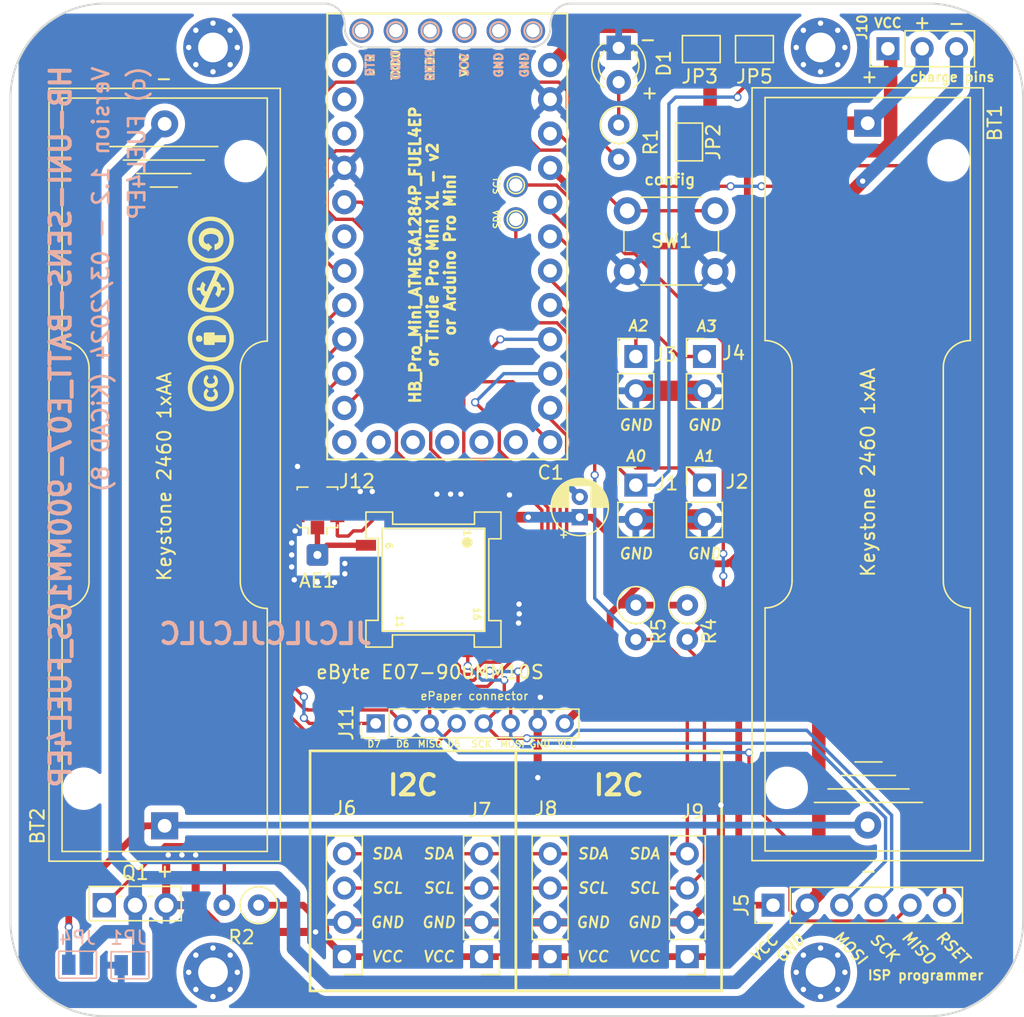
<source format=kicad_pcb>
(kicad_pcb (version 20240108) (generator "pcbnew") (generator_version "8.0")
  (title_block (title "HB-UNI-SEN-BATT_E07-900M10S_FUEL4EP") (date "2025-03-06") (rev "1.2") (company "FUEL4EP"))
  (layers (0 "F.Cu" signal) (31 "B.Cu" signal) (34 "B.Paste" user) (35 "F.Paste" user) (36 "B.SilkS" user "B.Silkscreen") (37 "F.SilkS" user "F.Silkscreen") (38 "B.Mask" user) (39 "F.Mask" user) (44 "Edge.Cuts" user))
  (net 0 "")
  (net 1 "GND")
  (net 2 "Net-(AE1-A)")
  (net 3 "/SS")
  (net 4 "/D2")
  (net 5 "/SCL")
  (net 6 "/SDA")
  (net 7 "/A0")
  (net 8 "/A1")
  (net 9 "/A2")
  (net 10 "/A3")
  (net 11 "/MOSI")
  (net 12 "/SCK")
  (net 13 "/MISO")
  (net 14 "/RSET")
  (net 15 "Net-(D1-A)")
  (net 16 "VCC")
  (net 30 "/minusBAT")
  (net 33 "/plusBAT")
  (net 35 "/D5")
  (net 36 "/D6")
  (net 37 "/D7")
  (net 38 "/CONFIG")
  (net 39 "/conBAT")
  (net 47 "Net-(Q1-G)")
  (net 48 "/V_ACCU")
  (net 52 "Net-(Module2-PD4)")
  (footprint "LED_THT:LED_D3.0mm" (layer "F.Cu") (at 45.05 -71.72 -90)
    (property "Reference" "D1")
    (property "Value" "LED red 3mm")
  )
  (footprint "Connector_PinHeader_2.54mm:PinHeader_1x02_P2.54mm_Vertical" (layer "F.Cu") (at 46.32 -39.335)
    (property "Reference" "J1")
    (property "Value" "Conn_01x02")
  )
  (footprint "Connector_PinHeader_2.54mm:PinHeader_1x02_P2.54mm_Vertical" (layer "F.Cu") (at 51.4 -39.335)
    (property "Reference" "J2")
    (property "Value" "Conn_01x02")
  )
  (footprint "Connector_PinHeader_2.54mm:PinHeader_1x04_P2.54mm_Vertical" (layer "F.Cu") (at 34.89 -4.41 180)
    (property "Reference" "J7")
    (property "Value" "Conn_01x04")
  )
  (footprint "FUEL4EP:BatteryHolder_Keystone_2460_1xAA" (layer "F.Cu") (at 63.49 -66.14 -90)
    (property "Reference" "BT1")
    (property "Value" "AA")
  )
  (footprint "Connector_PinHeader_2.54mm:PinHeader_1x02_P2.54mm_Vertical" (layer "F.Cu") (at 46.32 -48.86)
    (property "Reference" "J3")
    (property "Value" "Conn_01x02")
  )
  (footprint "Connector_PinHeader_2.54mm:PinHeader_1x02_P2.54mm_Vertical" (layer "F.Cu") (at 51.4 -48.86)
    (property "Reference" "J4")
    (property "Value" "Conn_01x02")
  )
  (footprint "Connector_PinHeader_2.54mm:PinHeader_1x06_P2.54mm_Vertical" (layer "F.Cu") (at 56.48 -8.22 90)
    (property "Reference" "J5")
    (property "Value" "ISP Programmer")
  )
  (footprint "Connector_PinHeader_2.54mm:PinHeader_1x04_P2.54mm_Vertical" (layer "F.Cu") (at 24.73 -4.41 180)
    (property "Reference" "J6")
    (property "Value" "Conn_01x04")
  )
  (footprint "Capacitor_THT:CP_Radial_D4.0mm_P1.50mm" (layer "F.Cu") (at 42.164 -36.957 90)
    (property "Reference" "C1")
    (property "Value" "10uF")
  )
  (footprint "Resistor_THT:R_Axial_DIN0207_L6.3mm_D2.5mm_P2.54mm_Vertical" (layer "F.Cu") (at 50.13 -30.445 -90)
    (property "Reference" "R4")
    (property "Value" "10K")
  )
  (footprint "Resistor_THT:R_Axial_DIN0207_L6.3mm_D2.5mm_P2.54mm_Vertical" (layer "F.Cu") (at 46.32 -30.445 -90)
    (property "Reference" "R5")
    (property "Value" "10K")
  )
  (footprint "Resistor_THT:R_Axial_DIN0207_L6.3mm_D2.5mm_P2.54mm_Vertical" (layer "F.Cu") (at 45.05 -66.005 -90)
    (property "Reference" "R1")
    (property "Value" "470")
  )
  (footprint "Package_TO_SOT_THT:TO-251-3_Vertical" (layer "F.Cu") (at 6.95 -8.22)
    (property "Reference" "Q1")
    (property "Value" "IRLU024N")
  )
  (footprint "Connector_PinHeader_2.54mm:PinHeader_1x04_P2.54mm_Vertical" (layer "F.Cu") (at 50.13 -4.41 180)
    (property "Reference" "J9")
    (property "Value" "Conn_01x04")
  )
  (footprint "Connector_PinHeader_2.54mm:PinHeader_1x03_P2.54mm_Vertical" (layer "F.Cu") (at 64.989 -71.6565 90)
    (property "Reference" "J10")
    (property "Value" "charge")
  )
  (footprint "FUEL4EP:SolderJumper-2_P1.3mm_Open_Pad1.0x1.5mm" (layer "F.Cu") (at 8.85 -3.775 180)
    (property "Reference" "JP1")
    (property "Value" "NO")
  )
  (footprint "FUEL4EP:HB_Pro_Mini_ATMEGA1284P_FUEL4EP" (layer "F.Cu") (at 41.24 -41.24 90)
    (property "Reference" "Module2" (hide yes))
    (property "Value" "HB_Pro_Mini_ATMEGA1284P_FUEL4EP")
  )
  (footprint "FUEL4EP:eByte_E07-900MM10S" (layer "F.Cu") (at 36.329 -37.338 -90)
    (property "Reference" "Module1" (hide yes))
    (property "Value" "E07-900MM10S")
  )
  (footprint "Jumper:SolderJumper-2_P1.3mm_Open_Pad1.0x1.5mm" (layer "F.Cu") (at 50.257 -64.75 -90)
    (property "Reference" "JP2")
    (property "Value" "battery supply")
  )
  (footprint "Button_Switch_THT:SW_PUSH_6mm_H5mm" (layer "F.Cu") (at 45.685 -59.655)
    (property "Reference" "SW1")
    (property "Value" "config button")
  )
  (footprint "Connector_PinHeader_2.54mm:PinHeader_1x04_P2.54mm_Vertical" (layer "F.Cu") (at 39.97 -4.41 180)
    (property "Reference" "J8")
    (property "Value" "Conn_01x04")
  )
  (footprint "FUEL4EP:MountingHole_2.2mm_M2_Pad_Via" (layer "F.Cu") (at 60 -71.75)
    (property "Reference" "H2" (hide yes))
    (property "Value" "MountingHole")
  )
  (footprint "FUEL4EP:MountingHole_2.2mm_M2_Pad_Via" (layer "F.Cu") (at 60 -3.25)
    (property "Reference" "H4" (hide yes))
    (property "Value" "MountingHole")
  )
  (footprint "FUEL4EP:MountingHole_2.2mm_M2_Pad_Via" (layer "F.Cu") (at 15 -71.75)
    (property "Reference" "H1" (hide yes))
    (property "Value" "MountingHole")
  )
  (footprint "FUEL4EP:MountingHole_2.2mm_M2_Pad_Via" (layer "F.Cu") (at 15 -3.25)
    (property "Reference" "H3" (hide yes))
    (property "Value" "MountingHole")
  )
  (footprint "FUEL4EP:CC-BY-ND-SA" (layer "F.Cu") (at 14.824 -52 90)
    (property "Reference" "LOGO1" (hide yes))
    (property "Value" "Logo_Open_Hardware_Small" (hide yes))
  )
  (footprint "FUEL4EP:PinPads_1x08_P2.00mm_Vertical" (layer "F.Cu") (at 27.048 -21.682 90)
    (property "Reference" "J11")
    (property "Value" "ePaper connector")
  )
  (footprint "FUEL4EP:BatteryHolder_Keystone_2460_1xAA" (layer "F.Cu") (at 11.42 -14.1 90)
    (property "Reference" "BT2")
    (property "Value" "AA")
  )
  (footprint "Jumper:SolderJumper-2_P1.3mm_Open_Pad1.0x1.5mm" (layer "F.Cu") (at 55.103 -71.628)
    (property "Reference" "JP5")
    (property "Value" "battery voltage measurement")
  )
  (footprint "FUEL4EP:SolderWire-0.1sqmm_1x01_D0.4mm_OD1mm" (layer "F.Cu") (at 22.733 -34.163)
    (property "Reference" "AE1")
    (property "Value" "Antenna")
  )
  (footprint "FUEL4EP:U.FL_Molex_MCRF_73412-0110_Vertical" (layer "F.Cu") (at 22.735 -37.688)
    (property "Reference" "J12")
    (property "Value" "U.FL connector")
  )
  (footprint "FUEL4EP:SolderJumper-2_P1.3mm_Open_Pad1.0x1.5mm" (layer "F.Cu") (at 4.968 -3.81)
    (property "Reference" "JP4")
    (property "Value" "no BT2 battery")
  )
  (footprint "Resistor_THT:R_Axial_DIN0207_L6.3mm_D2.5mm_P2.54mm_Vertical" (layer "F.Cu") (at 18.38 -8.22 180)
    (property "Reference" "R2")
    (property "Value" "100K")
  )
  (footprint "Jumper:SolderJumper-2_P1.3mm_Open_Pad1.0x1.5mm" (layer "F.Cu") (at 51.166 -71.628 180)
    (property "Reference" "JP3")
    (property "Value" "internal boost")
  )
  (gr_line (start 37.43 -1.87) (end 37.43 -19.65) (stroke (width 0.2)) (layer "F.SilkS"))
  (gr_line (start 22.19 -1.87) (end 37.43 -1.87) (stroke (width 0.2)) (layer "F.SilkS"))
  (gr_line (start 22.19 -19.65) (end 22.19 -1.87) (stroke (width 0.2)) (layer "F.SilkS"))
  (gr_line (start 37.43 -19.65) (end 22.19 -19.65) (stroke (width 0.2)) (layer "F.SilkS"))
  (gr_line (start 37.43 -1.87) (end 52.67 -1.87) (stroke (width 0.2)) (layer "F.SilkS"))
  (gr_line (start 37.43 -19.65) (end 37.43 -1.87) (stroke (width 0.2)) (layer "F.SilkS"))
  (gr_line (start 52.67 -19.65) (end 37.43 -19.65) (stroke (width 0.2)) (layer "F.SilkS"))
  (gr_line (start 52.67 -1.87) (end 52.67 -19.65) (stroke (width 0.2)) (layer "F.SilkS"))
  (gr_arc (start 75 -7) (mid 72.949747 -2.050253) (end 68 0) (stroke (width 0.15)) (layer "Edge.Cuts"))
  (gr_line (start 7 0) (end 68 0) (stroke (width 0.15)) (layer "Edge.Cuts"))
  (gr_line (start 26.25 -71.75) (end 38.5 -71.75) (stroke (width 0.15)) (layer "Edge.Cuts"))
  (gr_line (start 40 -73.5) (end 40 -73.25) (stroke (width 0.15)) (layer "Edge.Cuts"))
  (gr_arc (start 68 -75) (mid 72.949747 -72.949747) (end 75 -68) (stroke (width 0.15)) (layer "Edge.Cuts"))
  (gr_arc (start 26.25 -71.75) (mid 25.18934 -72.18934) (end 24.75 -73.25) (stroke (width 0.15)) (layer "Edge.Cuts"))
  (gr_line (start 75 -7) (end 75 -68) (stroke (width 0.15)) (layer "Edge.Cuts"))
  (gr_line (start 7 -75) (end 23 -75) (stroke (width 0.15)) (layer "Edge.Cuts"))
  (gr_arc (start 40 -73.5) (mid 40.43934 -74.56066) (end 41.5 -75) (stroke (width 0.15)) (layer "Edge.Cuts"))
  (gr_line (start 24.75 -73.5) (end 24.75 -73.25) (stroke (width 0.15)) (layer "Edge.Cuts"))
  (gr_arc (start 40 -73.25) (mid 39.56066 -72.18934) (end 38.5 -71.75) (stroke (width 0.15)) (layer "Edge.Cuts"))
  (gr_line (start 0 -68) (end 0 -7) (stroke (width 0.15)) (layer "Edge.Cuts"))
  (gr_arc (start 23.25 -75) (mid 24.31066 -74.56066) (end 24.75 -73.5) (stroke (width 0.15)) (layer "Edge.Cuts"))
  (gr_arc (start 7 0) (mid 2.050253 -2.050253) (end 0 -7) (stroke (width 0.15)) (layer "Edge.Cuts"))
  (gr_line (start 41.5 -75) (end 68 -75) (stroke (width 0.15)) (layer "Edge.Cuts"))
  (gr_line (start 23 -75) (end 23.25 -75) (stroke (width 0.15)) (layer "Edge.Cuts"))
  (gr_arc (start 0 -68) (mid 2.050253 -72.949747) (end 7 -75) (stroke (width 0.15)) (layer "Edge.Cuts"))
  (gr_text "(c) FUEL4EP\n" (at 9.363 -70.45 90) (layer "B.SilkS") (effects (font (size 1.2 1.2) (thickness 0.2)) (justify left mirror)))
  (gr_text "HB-UNI-SENS-BATT_E07-900MM10S_FUEL4EP\n\n" (at 4.918 -70.577 90) (layer "B.SilkS") (effects (font (size 1.5 1.5) (thickness 0.3)) (justify left mirror)))
  (gr_text "JLCJLCJLCJLC" (at 26.924 -27.432 0) (layer "B.SilkS") (effects (font (size 1.524 1.524) (thickness 0.3048) (bold yes)) (justify left bottom mirror)))
  (gr_text "Version 1.2 - 03/2024 (KiCAD 8)\n" (at 6.696 -70.45 90) (layer "B.SilkS") (effects (font (size 1.2 1.2) (thickness 0.2)) (justify left mirror)))
  (gr_text "VCC" (at 31.715 -4.41 0) (layer "F.SilkS") (effects (font (size 0.8 0.8) (thickness 0.15) (italic yes))))
  (gr_text "GND" (at 31.715 -6.95 0) (layer "F.SilkS") (effects (font (size 0.8 0.8) (thickness 0.15) (italic yes))))
  (gr_text "SCL" (at 31.715 -9.49 0) (layer "F.SilkS") (effects (font (size 0.8 0.8) (thickness 0.15) (italic yes))))
  (gr_text "SDA" (at 31.715 -12.03 0) (layer "F.SilkS") (effects (font (size 0.8 0.8) (thickness 0.15) (italic yes))))
  (gr_text "SDA" (at 43.145 -12.03 0) (layer "F.SilkS") (effects (font (size 0.8 0.8) (thickness 0.15) (italic yes))))
  (gr_text "SCL" (at 43.145 -9.49 0) (layer "F.SilkS") (effects (font (size 0.8 0.8) (thickness 0.15) (italic yes))))
  (gr_text "GND" (at 43.145 -6.95 0) (layer "F.SilkS") (effects (font (size 0.8 0.8) (thickness 0.15) (italic yes))))
  (gr_text "MISO" (at 67.275 -5.045 315) (layer "F.SilkS") (effects (font (size 0.8 0.8) (thickness 0.15) (italic yes))))
  (gr_text "SCL" (at 27.905 -9.49 0) (layer "F.SilkS") (effects (font (size 0.8 0.8) (thickness 0.15) (italic yes))))
  (gr_text "ePaper connector" (at 34.3566 -23.714 0) (layer "F.SilkS") (effects (font (size 0.6 0.6) (thickness 0.1))))
  (gr_text "VCC" (at 64.989 -73.5615 0) (layer "F.SilkS") (effects (font (size 0.7 0.7))))
  (gr_text "VCC" (at 43.145 -4.41 0) (layer "F.SilkS") (effects (font (size 0.8 0.8) (thickness 0.15) (italic yes))))
  (gr_text "+\n" (at 67.529 -73.625 0) (layer "F.SilkS") (effects (font (size 1 1))))
  (gr_text "-\n" (at 47.209 -72.355 0) (layer "F.SilkS") (effects (font (size 1 1))))
  (gr_text "HB_Pro_Mini_ATMEGA1284P_FUEL4EP\nor Tindie Pro Mini XL - v2\nor Arduino Pro Mini" (at 33.02 -56.388 90) (layer "F.SilkS") (effects (font (size 0.8 0.8) (thickness 0.2) (bold yes)) (justify bottom)))
  (gr_text "A1" (at 51.4 -41.48 0) (layer "F.SilkS") (effects (font (size 0.8 0.8) (thickness 0.15) (italic yes))))
  (gr_text "SDA" (at 46.955 -12.03 0) (layer "F.SilkS") (effects (font (size 0.8 0.8) (thickness 0.15) (italic yes))))
  (gr_text "MISO" (at 31.08 -20.158 0) (layer "F.SilkS") (effects (font (size 0.5 0.5) (thickness 0.1))))
  (gr_text "MOSI" (at 37.176 -20.158 0) (layer "F.SilkS") (effects (font (size 0.5 0.5) (thickness 0.1))))
  (gr_text "+" (at 47.336 -68.418 0) (layer "F.SilkS") (effects (font (size 1 1))))
  (gr_text "charge pins" (at 69.7515 -69.561 0) (layer "F.SilkS") (effects (font (size 0.7 0.7))))
  (gr_text "SCK" (at 64.735 -5.045 315) (layer "F.SilkS") (effects (font (size 0.8 0.8) (thickness 0.15) (italic yes))))
  (gr_text "VCC" (at 46.955 -4.41 0) (layer "F.SilkS") (effects (font (size 0.8 0.8) (thickness 0.15) (italic yes))))
  (gr_text "D6" (at 29.048 -20.158 0) (layer "F.SilkS") (effects (font (size 0.5 0.5) (thickness 0.1))))
  (gr_text "GND" (at 46.32 -34.255 0) (layer "F.SilkS") (effects (font (size 0.8 0.8) (thickness 0.15) (italic yes))))
  (gr_text "-\n" (at 70.069 -73.5615 0) (layer "F.SilkS") (effects (font (size 1 1))))
  (gr_text "D7" (at 26.9271 -20.158 0) (layer "F.SilkS") (effects (font (size 0.5 0.5) (thickness 0.1))))
  (gr_text "RSET" (at 69.815 -5.045 315) (layer "F.SilkS") (effects (font (size 0.8 0.8) (thickness 0.15) (italic yes))))
  (gr_text "GND" (at 27.905 -6.95 0) (layer "F.SilkS") (effects (font (size 0.8 0.8) (thickness 0.15) (italic yes))))
  (gr_text "GND" (at 46.955 -6.95 0) (layer "F.SilkS") (effects (font (size 0.8 0.8) (thickness 0.15) (italic yes))))
  (gr_text "GND" (at 46.32 -43.78 0) (layer "F.SilkS") (effects (font (size 0.8 0.8) (thickness 0.15) (italic yes))))
  (gr_text "A0" (at 46.32 -41.48 0) (layer "F.SilkS") (effects (font (size 0.8 0.8) (thickness 0.15) (italic yes))))
  (gr_text "GND" (at 39.208 -20.158 0) (layer "F.SilkS") (effects (font (size 0.5 0.5) (thickness 0.1))))
  (gr_text "VCC" (at 41.24 -20.158 0) (layer "F.SilkS") (effects (font (size 0.5 0.5) (thickness 0.1))))
  (gr_text "GND" (at 51.4 -34.255 0) (layer "F.SilkS") (effects (font (size 0.8 0.8) (thickness 0.15) (italic yes))))
  (gr_text "SDA" (at 27.905 -12.03 0) (layer "F.SilkS") (effects (font (size 0.8 0.8) (thickness 0.15) (italic yes))))
  (gr_text "VCC" (at 27.905 -4.41 0) (layer "F.SilkS") (effects (font (size 0.8 0.8) (thickness 0.15) (italic yes))))
  (gr_text "SCK" (at 34.89 -20.158 0) (layer "F.SilkS") (effects (font (size 0.5 0.5) (thickness 0.1))))
  (gr_text "GND" (at 51.4 -43.78 0) (layer "F.SilkS") (effects (font (size 0.8 0.8) (thickness 0.15) (italic yes))))
  (gr_text "A3" (at 51.54 -51.1 0) (layer "F.SilkS") (effects (font (size 0.8 0.8) (thickness 0.15) (italic yes))))
  (gr_text "SCL" (at 46.955 -9.49 0) (layer "F.SilkS") (effects (font (size 0.8 0.8) (thickness 0.15) (italic yes))))
  (gr_text "MOSI" (at 62.195 -5.045 315) (layer "F.SilkS") (effects (font (size 0.8 0.8) (thickness 0.15) (italic yes))))
  (gr_text "A2" (at 46.49 -51.13 0) (layer "F.SilkS") (effects (font (size 0.8 0.8) (thickness 0.15) (italic yes))))
  (gr_text "D5" (at 32.858 -20.158 0) (layer "F.SilkS") (effects (font (size 0.5 0.5) (thickness 0.1))))
  (gr_text "config" (at 48.8346 -61.9664 0) (layer "F.SilkS") (effects (font (size 0.8128 0.8128) (thickness 0.1524))))
  (gr_text "I2C" (at 45.05 -17.11 0) (layer "F.SilkS") (effects (font (size 1.5 1.5) (thickness 0.3))))
  (gr_text "I2C" (at 29.81 -17.11 0) (layer "F.SilkS") (effects (font (size 1.5 1.5) (thickness 0.3))))
  (gr_text "ISP programmer" (at 67.783 -3.0257 0) (layer "F.SilkS") (effects (font (size 0.7 0.7))))
  (gr_text "GND" (at 57.75 -5.045 45) (layer "F.SilkS") (effects (font (size 0.8 0.8) (thickness 0.15) (italic yes))))
  (gr_text "VCC" (at 55.845 -5.045 45) (layer "F.SilkS") (effects (font (size 0.8 0.8) (thickness 0.15) (italic yes))))
  (segment (start 24.003 -32.131) (end 24.13 -32.131) (width 0.4) (layer "F.Cu") (net 1))
  (segment (start 39.048 -21.682) (end 39.048 -23.427) (width 0.6) (layer "F.Cu") (net 1))
  (segment (start 21.366 -39.188) (end 22.735 -39.188) (width 0.4) (layer "F.Cu") (net 1))
  (segment (start 20.828 -35.052) (end 20.828 -34.163) (width 0.4) (layer "F.Cu") (net 1))
  (segment (start 20.828 -34.163) (end 20.828 -33.274) (width 0.4) (layer "F.Cu") (net 1))
  (segment (start 20.828 -33.274) (end 20.828 -32.512) (width 0.4) (layer "F.Cu") (net 1))
  (segment (start 11.53 -8.22) (end 11.53 -11.784) (width 0.6) (layer "F.Cu") (net 1))
  (segment (start 13.716 -8.352377) (end 13.716 -11.938) (width 0.6) (layer "F.Cu") (net 1))
  (segment (start 34.89 -6.95) (end 39.97 -6.95) (width 0.6) (layer "F.Cu") (net 1))
  (segment (start 50.13 -6.95) (end 52.6192 -9.4392) (width 0.6) (layer "F.Cu") (net 1))
  (segment (start 20.828 -32.512) (end 21.0185 -32.3215) (width 0.4) (layer "F.Cu") (net 1))
  (segment (start 23.931 -39.188) (end 24.21 -38.909) (width 0.4) (layer "F.Cu") (net 1))
  (segment (start 37.679 -29.798) (end 37.679 -30.504042) (width 0.25) (layer "F.Cu") (net 1))
  (segment (start 24.845 -33.608) (end 24.765 -33.528) (width 0.6) (layer "F.Cu") (net 1))
  (segment (start 26.797 -36.703) (end 26.797 -38.862) (width 0.25) (layer "F.Cu") (net 1))
  (segment (start 25.019 -35.56) (end 25.4 -35.941) (width 0.25) (layer "F.Cu") (net 1))
  (segment (start 22.735 -39.188) (end 23.931 -39.188) (width 0.4) (layer "F.Cu") (net 1))
  (segment (start 25.908 -38.862) (end 26.797 -38.862) (width 0.4) (layer "F.Cu") (net 1))
  (segment (start 32.599 -37.338) (end 32.599 -38.666161) (width 0.6) (layer "F.Cu") (net 1))
  (segment (start 39.97 -6.95) (end 50.13 -6.95) (width 0.6) (layer "F.Cu") (net 1))
  (segment (start 13.716 -11.938) (end 11.684 -11.938) (width 0.6) (layer "F.Cu") (net 1))
  (segment (start 13.848377 -8.22) (end 15.829577 -6.2388) (width 0.6) (layer "F.Cu") (net 1))
  (segment (start 24.13 -32.131) (end 24.765 -32.766) (width 0.4) (layer "F.Cu") (net 1))
  (segment (start 25.4 -35.941) (end 26.035 -35.941) (width 0.25) (layer "F.Cu") (net 1))
  (segment (start 39.048 -17.6764) (end 39.0556 -17.6688) (width 0.6) (layer "F.Cu") (net 1))
  (segment (start 39.048 -23.427) (end 39.243 -23.622) (width 0.6) (layer "F.Cu") (net 1))
  (segment (start 37.679 -29.798) (end 37.679 -29.164867) (width 0.25) (layer "F.Cu") (net 1))
  (segment (start 21.26 -39.294) (end 21.366 -39.188) (width 0.4) (layer "F.Cu") (net 1))
  (segment (start 24.21 -35.607) (end 24.257 -35.56) (width 0.25) (layer "F.Cu") (net 1))
  (segment (start 24.21 -37.688) (end 24.21 -35.607) (width 0.25) (layer "F.Cu") (net 1))
  (segment (start 21.26 -37.688) (end 21.26 -39.294) (width 0.4) (layer "F.Cu") (net 1))
  (segment (start 13.848377 -8.22) (end 13.716 -8.352377) (width 0.6) (layer "F.Cu") (net 1))
  (segment (start 24.21 -37.688) (end 24.734 -37.688) (width 0.4) (layer "F.Cu") (net 1))
  (segment (start 24.21 -38.909) (end 24.21 -37.688) (width 0.4) (layer "F.Cu") (net 1))
  (segment (start 24.257 -35.56) (end 25.019 -35.56) (width 0.25) (layer "F.Cu") (net 1))
  (segment (start 33.361 -38.666161) (end 36.898839 -38.666161) (width 0.25) (layer "F.Cu") (net 1))
  (segment (start 39.048 -21.682) (end 39.048 -17.6764) (width 0.6) (layer "F.Cu") (net 1))
  (segment (start 46.32 -36.795) (end 51.4 -36.795) (width 1.5) (layer "F.Cu") (net 1))
  (segment (start 33.361 -38.666161) (end 32.599 -38.666161) (width 0.25) (layer "F.Cu") (net 1))
  (segment (start 21.26 -37.688) (end 21.26 -36.119) (width 0.4) (layer "F.Cu") (net 1))
  (segment (start 24.765 -33.528) (end 24.765 -32.766) (width 0.6) (layer "F.Cu") (net 1))
  (segment (start 24.734 -37.688) (end 25.908 -38.862) (width 0.4) (layer "F.Cu") (net 1))
  (segment (start 37.679 -29.164867) (end 37.630065 -29.115932) (width 0.25) (layer "F.Cu") (net 1))
  (segment (start 11.53 -8.22) (end 13.848377 -8.22) (width 0.6) (layer "F.Cu") (net 1))
  (segment (start 21.0185 -32.3215) (end 21.209 -32.131) (width 0.4) (layer "F.Cu") (net 1))
  (segment (start 21.26 -39.294) (end 21.26 -40.716) (width 0.4) (layer "F.Cu") (net 1))
  (segment (start 20.828 -35.687) (end 20.828 -35.052) (width 0.4) (layer "F.Cu") (net 1))
  (segment (start 46.32 -46.32) (end 51.4 -46.32) (width 1.5) (layer "F.Cu") (net 1))
  (segment (start 26.329 -33.608) (end 24.845 -33.608) (width 0.6) (layer "F.Cu") (net 1))
  (segment (start 26.035 -35.941) (end 26.797 -36.703) (width 0.25) (layer "F.Cu") (net 1))
  (segment (start 22.733 -32.131) (end 24.003 -32.131) (width 0.4) (layer "F.Cu") (net 1))
  (segment (start 36.329 -29.798) (end 37.679 -29.798) (width 0.6) (layer "F.Cu") (net 1))
  (segment (start 15.829577 -6.2388) (end 22.5964 -6.2388) (width 0.6) (layer "F.Cu") (net 1))
  (segment (start 31.583 -38.666161) (end 32.599 -38.666161) (width 0.25) (layer "F.Cu") (net 1))
  (segment (start 11.53 -11.784) (end 11.684 -11.938) (width 0.6) (layer "F.Cu") (net 1))
  (segment (start 52.6192 -9.4392) (end 52.6192 -15.6368) (width 0.6) (layer "F.Cu") (net 1))
  (segment (start 37.679 -30.504042) (end 37.666057 -30.516985) (width 0.25) (layer "F.Cu") (net 1))
  (segment (start 21.209 -32.131) (end 22.733 -32.131) (width 0.4) (layer "F.Cu") (net 1))
  (segment (start 36.898839 -38.666161) (end 36.957 -38.608) (width 0.25) (layer "F.Cu") (net 1))
  (segment (start 21.26 -36.119) (end 21.082 -35.941) (width 0.4) (layer "F.Cu") (net 1))
  (segment (start 24.73 -6.95) (end 34.89 -6.95) (width 0.6) (layer "F.Cu") (net 1))
  (segment (start 21.082 -35.941) (end 20.828 -35.687) (width 0.4) (layer "F.Cu") (net 1))
  (via (at 13.716 -11.938) (size 0.6) (drill 0.4) (layers "F.Cu" "B.Cu") (net 1))
  (via (at 37.666057 -30.516985) (size 0.6) (drill 0.4) (layers "F.Cu" "B.Cu") (net 1))
  (via (at 33.361 -38.666161) (size 0.6) (drill 0.4) (layers "F.Cu" "B.Cu") (net 1))
  (via (at 11.684 -11.938) (size 0.6) (drill 0.4) (layers "F.Cu" "B.Cu") (net 1))
  (via (at 36.957 -38.608) (size 0.6) (drill 0.4) (layers "F.Cu" "B.Cu") (net 1))
  (via (at 37.630065 -29.115932) (size 0.6) (drill 0.4) (layers "F.Cu" "B.Cu") (net 1))
  (via (at 52.6192 -15.6368) (size 0.6) (drill 0.4) (layers "F.Cu" "B.Cu") (net 1))
  (via (at 12.7 -11.938) (size 0.6) (drill 0.4) (layers "F.Cu" "B.Cu") (net 1))
  (via (at 25.908 -38.862) (size 0.6) (drill 0.4) (layers "F.Cu" "B.Cu") (net 1))
  (via (at 20.828 -33.274) (size 0.6) (drill 0.4) (layers "F.Cu" "B.Cu") (net 1))
  (via (at 22.733 -32.131) (size 0.6) (drill 0.4) (layers "F.Cu" "B.Cu") (net 1))
  (via (at 22.5964 -6.2388) (size 0.6) (drill 0.4) (layers "F.Cu" "B.Cu") (net 1))
  (via (at 39.243 -23.622) (size 0.6) (drill 0.4) (layers "F.Cu" "B.Cu") (net 1))
  (via (at 26.797 -38.862) (size 0.6) (drill 0.4) (layers "F.Cu" "B.Cu") (net 1))
  (via (at 24.765 -32.766) (size 0.6) (drill 0.4) (layers "F.Cu" "B.Cu") (net 1))
  (via (at 24.765 -33.528) (size 0.6) (drill 0.4) (layers "F.Cu" "B.Cu") (net 1))
  (via (at 20.828 -34.163) (size 0.6) (drill 0.4) (layers "F.Cu" "B.Cu") (net 1))
  (via (at 21.26 -40.716) (size 0.6) (drill 0.4) (layers "F.Cu" "B.Cu") (net 1))
  (via (at 37.679 -29.798) (size 0.6) (drill 0.4) (layers "F.Cu" "B.Cu") (net 1))
  (via (at 21.0185 -32.3215) (size 0.6) (drill 0.4) (layers "F.Cu" "B.Cu") (net 1))
  (via (at 24.003 -32.131) (size 0.6) (drill 0.4) (layers "F.Cu" "B.Cu") (net 1))
  (via (at 32.599 -38.666161) (size 0.6) (drill 0.4) (layers "F.Cu" "B.Cu") (net 1))
  (via (at 31.583 -38.666161) (size 0.6) (drill 0.4) (layers "F.Cu" "B.Cu") (net 1))
  (via (at 39.0556 -17.6688) (size 0.6) (drill 0.4) (layers "F.Cu" "B.Cu") (net 1))
  (via (at 20.828 -35.052) (size 0.6) (drill 0.4) (layers "F.Cu" "B.Cu") (net 1))
  (via (at 21.082 -35.941) (size 0.6) (drill 0.4) (layers "F.Cu" "B.Cu") (net 1))
  (segment (start 26.329 -34.878) (end 23.448 -34.878) (width 0.4) (layer "F.Cu") (net 2))
  (segment (start 23.448 -34.878) (end 22.733 -34.163) (width 0.4) (layer "F.Cu") (net 2))
  (segment (start 22.735 -36.188) (end 22.735 -34.165) (width 0.4) (layer "F.Cu") (net 2))
  (segment (start 37.275894 -40.189663) (end 38.042337 -40.189663) (width 0.25) (layer "F.Cu") (net 3))
  (segment (start 38.042337 -40.189663) (end 40.258502 -37.973498) (width 0.25) (layer "F.Cu") (net 3))
  (segment (start 37.211 -46.99) (end 34.671 -46.99) (width 0.25) (layer "F.Cu") (net 3))
  (segment (start 33.610323 -25.3235) (end 33.2445 -25.689323) (width 0.25) (layer "F.Cu") (net 3))
  (segment (start 33.575 -45.8) (end 33.575 -41.228) (width 0.25) (layer "F.Cu") (net 3))
  (segment (start 37.338 -45.142) (end 37.338 -46.863) (width 0.25) (layer "F.Cu") (net 3))
  (segment (start 36.237557 -41.228) (end 37.275894 -40.189663) (width 0.25) (layer "F.Cu") (net 3))
  (segment (start 40.258502 -37.973498) (end 40.258502 -30.225502) (width 0.25) (layer "F.Cu") (net 3))
  (segment (start 33.2445 -25.93681) (end 32.599 -26.58231) (width 0.25) (layer "F.Cu") (net 3))
  (segment (start 35.024676 -26.220499) (end 34.127677 -25.3235) (width 0.25) (layer "F.Cu") (net 3))
  (segment (start 39.97 -42.51) (end 37.338 -45.142) (width 0.25) (layer "F.Cu") (net 3))
  (segment (start 36.253499 -26.220499) (end 35.024676 -26.220499) (width 0.25) (layer "F.Cu") (net 3))
  (segment (start 34.671 -46.99) (end 33.528 -45.847) (width 0.25) (layer "F.Cu") (net 3))
  (segment (start 40.258502 -30.225502) (end 36.253499 -26.220499) (width 0.25) (layer "F.Cu") (net 3))
  (segment (start 33.528 -45.847) (end 33.575 -45.8) (width 0.25) (layer "F.Cu") (net 3))
  (segment (start 32.599 -26.58231) (end 32.599 -26.988) (width 0.25) (layer "F.Cu") (net 3))
  (segment (start 33.2445 -25.689323) (end 33.2445 -25.93681) (width 0.25) (layer "F.Cu") (net 3))
  (segment (start 37.338 -46.863) (end 37.211 -46.99) (width 0.25) (layer "F.Cu") (net 3))
  (segment (start 34.127677 -25.3235) (end 33.610323 -25.3235) (width 0.25) (layer "F.Cu") (net 3))
  (segment (start 33.575 -41.228) (end 36.237557 -41.228) (width 0.25) (layer "F.Cu") (net 3))
  (segment (start 28.585 -57.707792) (end 28.585 -41.822632) (width 0.25) (layer "F.Cu") (net 4))
  (segment (start 31.116971 -39.290661) (end 37.544339 -39.290661) (width 0.25) (layer "F.Cu") (net 4))
  (segment (start 28.585 -41.822632) (end 31.116971 -39.290661) (width 0.25) (layer "F.Cu") (net 4))
  (segment (start 39.3595 -35.0185) (end 36.679 -32.338) (width 0.25) (layer "F.Cu") (net 4))
  (segment (start 24.73 -60.29) (end 26.002792 -60.29) (width 0.25) (layer "F.Cu") (net 4))
  (segment (start 37.544339 -39.290661) (end 39.3595 -37.4755) (width 0.25) (layer "F.Cu") (net 4))
  (segment (start 39.3595 -37.4755) (end 39.3595 -35.0185) (width 0.25) (layer "F.Cu") (net 4))
  (segment (start 26.002792 -60.29) (end 28.585 -57.707792) (width 0.25) (layer "F.Cu") (net 4))
  (segment (start 34.89 -9.49) (end 39.97 -9.49) (width 0.25) (layer "F.Cu") (net 5))
  (segment (start 39.97 -9.49) (end 50.13 -9.49) (width 0.25) (layer "F.Cu") (net 5))
  (segment (start 51.4 -26) (end 51.4 -10.76) (width 0.25) (layer "F.Cu") (net 5))
  (segment (start 50.13 -27.27) (end 51.4 -26) (width 0.25) (layer "F.Cu") (net 5))
  (segment (start 50.765 -10.125) (end 51.4 -10.76) (width 0.25) (layer "F.Cu") (net 5))
  (segment (start 45.512412 -56.48) (end 46.233833 -56.48) (width 0.25) (layer "F.Cu") (net 5))
  (segment (start 46.233833 -56.48) (end 52.797 -49.916833) (width 0.25) (layer "F.Cu") (net 5))
  (segment (start 52.797 -30.572) (end 50.13 -27.905) (width 0.25) (layer "F.Cu") (net 5))
  (segment (start 52.797 -49.916833) (end 52.797 -34.255) (width 0.25) (layer "F.Cu") (net 5))
  (segment (start 52.797 -32.604) (end 52.797 -30.572) (width 0.25) (layer "F.Cu") (net 5))
  (segment (start 37.43 -61.56) (end 40.432412 -61.56) (width 0.25) (layer "F.Cu") (net 5))
  (segment (start 24.73 -9.49) (end 34.89 -9.49) (width 0.25) (layer "F.Cu") (net 5))
  (segment (start 50.13 -9.49) (end 50.765 -10.125) (width 0.25) (layer "F.Cu") (net 5))
  (segment (start 40.432412 -61.56) (end 45.512412 -56.48) (width 0.25) (layer "F.Cu") (net 5))
  (via (at 52.797 -32.604) (size 0.6) (drill 0.4) (layers "F.Cu" "B.Cu") (net 5))
  (via (at 52.797 -34.255) (size 0.6) (drill 0.4) (layers "F.Cu" "B.Cu") (net 5))
  (segment (start 52.797 -34.255) (end 52.797 -32.604) (width 0.25) (layer "B.Cu") (net 5))
  (segment (start 39.97 -12.03) (end 50.13 -12.03) (width 0.25) (layer "F.Cu") (net 6))
  (segment (start 48.225 -27.905) (end 50.13 -26) (width 0.25) (layer "F.Cu") (net 6))
  (segment (start 34.89 -12.03) (end 39.97 -12.03) (width 0.25) (layer "F.Cu") (net 6))
  (segment (start 41.644501 -42.567911) (end 43.271816 -40.940596) (width 0.25) (layer "F.Cu") (net 6))
  (segment (start 37.43 -52.232) (end 38.307 -51.355) (width 0.25) (layer "F.Cu") (net 6))
  (segment (start 24.73 -12.03) (end 34.89 -12.03) (width 0.25) (layer "F.Cu") (net 6))
  (segment (start 46.32 -27.905) (end 48.225 -27.905) (width 0.25) (layer "F.Cu") (net 6))
  (segment (start 50.13 -12.03) (end 50.13 -26) (width 0.25) (layer "F.Cu") (net 6))
  (segment (start 43.271816 -40.940596) (end 43.271816 -40.081645) (width 0.25) (layer "F.Cu") (net 6))
  (segment (start 38.307 -51.355) (end 40.477412 -51.355) (width 0.25) (layer "F.Cu") (net 6))
  (segment (start 41.280706 -43.567396) (end 41.644501 -43.203601) (width 0.25) (layer "F.Cu") (net 6))
  (segment (start 40.477412 -51.355) (end 41.280706 -50.551706) (width 0.25) (layer "F.Cu") (net 6))
  (segment (start 41.644501 -43.203601) (end 41.644501 -42.567911) (width 0.25) (layer "F.Cu") (net 6))
  (segment (start 37.43 -59.02) (end 37.43 -52.232) (width 0.25) (layer "F.Cu") (net 6))
  (segment (start 41.280706 -50.551706) (end 41.280706 -43.567396) (width 0.25) (layer "F.Cu") (net 6))
  (via (at 43.271816 -40.081645) (size 0.6) (drill 0.4) (layers "F.Cu" "B.Cu") (net 6))
  (segment (start 43.271816 -30.953184) (end 43.271816 -40.081645) (width 0.25) (layer "B.Cu") (net 6))
  (segment (start 46.32 -27.905) (end 43.271816 -30.953184) (width 0.25) (layer "B.Cu") (net 6))
  (segment (start 41.875 -43.78) (end 46.32 -39.335) (width 0.25) (layer "F.Cu") (net 7))
  (segment (start 54.453 -68.931) (end 54.453 -71.628) (width 0.25) (layer "F.Cu") (net 7))
  (segment (start 53.848 -68.326) (end 54.453 -68.931) (width 0.25) (layer "F.Cu") (net 7))
  (segment (start 41.875 -51.4) (end 41.875 -43.78) (width 0.25) (layer "F.Cu") (net 7))
  (segment (start 41.875 -51.4) (end 40.605 -52.67) (width 0.25) (layer "F.Cu") (net 7))
  (segment (start 53.848 -68.072) (end 53.848 -68.326) (width 0.25) (layer "F.Cu") (net 7))
  (via (at 53.848 -68.072) (size 0.6) (drill 0.4) (layers "F.Cu" "B.Cu") (net 7))
  (segment (start 47.717 -39.335) (end 48.768 -40.386) (width 0.25) (layer "B.Cu") (net 7))
  (segment (start 48.768 -67.564) (end 49.276 -68.072) (width 0.25) (layer "B.Cu") (net 7))
  (segment (start 48.768 -40.386) (end 48.768 -67.564) (width 0.25) (layer "B.Cu") (net 7))
  (segment (start 49.276 -68.072) (end 53.848 -68.072) (width 0.25) (layer "B.Cu") (net 7))
  (segment (start 46.32 -39.335) (end 47.717 -39.335) (width 0.25) (layer "B.Cu") (net 7))
  (segment (start 42.51 -44.415) (end 46.32 -40.605) (width 0.25) (layer "F.Cu") (net 8))
  (segment (start 46.32 -40.605) (end 50.13 -40.605) (width 0.25) (layer "F.Cu") (net 8))
  (segment (start 50.13 -40.605) (end 51.4 -39.335) (width 0.25) (layer "F.Cu") (net 8))
  (segment (start 42.51 -52.035) (end 39.97 -54.575) (width 0.25) (layer "F.Cu") (net 8))
  (segment (start 42.51 -52.035) (end 42.51 -44.415) (width 0.25) (layer "F.Cu") (net 8))
  (segment (start 41.875 -55.21) (end 46.32 -50.765) (width 0.25) (layer "F.Cu") (net 9))
  (segment (start 46.32 -50.765) (end 46.32 -48.86) (width 0.25) (layer "F.Cu") (net 9))
  (segment (start 40.605 -57.75) (end 41.875 -56.48) (width 0.25) (layer "F.Cu") (net 9))
  (segment (start 41.875 -56.48) (end 41.875 -55.21) (width 0.25) (layer "F.Cu") (net 9))
  (segment (start 42.51 -57.115) (end 39.97 -59.655) (width 0.25) (layer "F.Cu") (net 10))
  (segment (start 42.51 -55.845) (end 49.495 -48.86) (width 0.25) (layer "F.Cu") (net 10))
  (segment (start 49.495 -48.86) (end 51.4 -48.86) (width 0.25) (layer "F.Cu") (net 10))
  (segment (start 42.51 -57.115) (end 42.51 -55.845) (width 0.25) (layer "F.Cu") (net 10))
  (segment (start 31.329 -26.988) (end 32.794999 -25.522001) (width 0.25) (layer "F.Cu") (net 11))
  (segment (start 33.424134 -24.873999) (end 34.313866 -24.873999) (width 0.25) (layer "F.Cu") (net 11))
  (segment (start 41.195 -43.017412) (end 41.195 -29.13) (width 0.25) (layer "F.Cu") (net 11))
  (segment (start 37.592 -23.622) (end 37.592 -25.527) (width 0.25) (layer "F.Cu") (net 11))
  (segment (start 32.794999 -25.503134) (end 33.424134 -24.873999) (width 0.25) (layer "F.Cu") (net 11))
  (segment (start 37.048 -21.682) (end 37.048 -23.078) (width 0.25) (layer "F.Cu") (net 11))
  (segment (start 37.048 -23.078) (end 37.592 -23.622) (width 0.25) (layer "F.Cu") (net 11))
  (segment (start 32.794999 -25.522001) (end 32.794999 -25.503134) (width 0.25) (layer "F.Cu") (net 11))
  (segment (start 35.02332 -25.583453) (end 35.501271 -25.583453) (width 0.25) (layer "F.Cu") (net 11))
  (segment (start 39.97 -45.05) (end 39.97 -44.242412) (width 0.25) (layer "F.Cu") (net 11))
  (segment (start 34.313866 -24.873999) (end 35.02332 -25.583453) (width 0.25) (layer "F.Cu") (net 11))
  (segment (start 37.592 -25.527) (end 41.195 -29.13) (width 0.25) (layer "F.Cu") (net 11))
  (segment (start 39.97 -44.242412) (end 41.195 -43.017412) (width 0.25) (layer "F.Cu") (net 11))
  (via (at 35.501271 -25.583453) (size 0.6) (drill 0.4) (layers "F.Cu" "B.Cu") (net 11))
  (via (at 37.592 -25.527) (size 0.6) (drill 0.4) (layers "F.Cu" "B.Cu") (net 11))
  (segment (start 64.815 -14.698833) (end 59.297334 -20.216499) (width 0.25) (layer "B.Cu") (net 11))
  (segment (start 37.592 -25.527) (end 35.557724 -25.527) (width 0.25) (layer "B.Cu") (net 11))
  (segment (start 37.814644 -19.960762) (end 37.048 -20.727406) (width 0.25) (layer "B.Cu") (net 11))
  (segment (start 59.297334 -20.216499) (end 38.767809 -20.216499) (width 0.25) (layer "B.Cu") (net 11))
  (segment (start 35.557724 -25.527) (end 35.501271 -25.583453) (width 0.25) (layer "B.Cu") (net 11))
  (segment (start 61.56 -8.22) (end 64.815 -11.475) (width 0.25) (layer "B.Cu") (net 11))
  (segment (start 37.048 -20.727406) (end 37.048 -21.682) (width 0.25) (layer "B.Cu") (net 11))
  (segment (start 38.512072 -19.960762) (end 37.814644 -19.960762) (width 0.25) (layer "B.Cu") (net 11))
  (segment (start 64.815 -11.475) (end 64.815 -14.698833) (width 0.25) (layer "B.Cu") (net 11))
  (segment (start 38.767809 -20.216499) (end 38.512072 -19.960762) (width 0.25) (layer "B.Cu") (net 11))
  (segment (start 31.125 -42.002588) (end 33.387426 -39.740162) (width 0.25) (layer "F.Cu") (net 12))
  (segment (start 33.869 -27.338) (end 33.869 -25.948) (width 0.25) (layer "F.Cu") (net 12))
  (segment (start 36.287 -50.13) (end 31.125 -44.968) (width 0.25) (layer "F.Cu") (net 12))
  (segment (start 37.729838 -39.740162) (end 37.777499 -39.692501) (width 0.25) (layer "F.Cu") (net 12))
  (segment (start 36.576 -23.21) (end 36.576 -24.892) (width 0.25) (layer "F.Cu") (net 12))
  (segment (start 31.125 -44.968) (end 31.125 -42.002588) (width 0.25) (layer "F.Cu") (net 12))
  (segment (start 39.809001 -37.661689) (end 39.809001 -30.411691) (width 0.25) (layer "F.Cu") (net 12))
  (segment (start 39.809001 -30.411691) (end 36.73531 -27.338) (width 0.25) (layer "F.Cu") (net 12))
  (segment (start 36.73531 -27.338) (end 33.869 -27.338) (width 0.25) (layer "F.Cu") (net 12))
  (segment (start 37.778189 -39.692501) (end 39.809001 -37.661689) (width 0.25) (layer "F.Cu") (net 12))
  (segment (start 37.777499 -39.692501) (end 37.778189 -39.692501) (width 0.25) (layer "F.Cu") (net 12))
  (segment (start 33.387426 -39.740162) (end 37.729838 -39.740162) (width 0.25) (layer "F.Cu") (net 12))
  (segment (start 36.144738 -20.585262) (end 35.048 -21.682) (width 0.25) (layer "F.Cu") (net 12))
  (segment (start 35.048 -21.682) (end 36.576 -23.21) (width 0.25) (layer "F.Cu") (net 12))
  (segment (start 38.2485 -20.585262) (end 36.144738 -20.585262) (width 0.25) (layer "F.Cu") (net 12))
  (via (at 33.869 -25.948) (size 0.6) (drill 0.4) (layers "F.Cu" "B.Cu") (net 12))
  (via (at 38.2485 -20.585262) (size 0.6) (drill 0.4) (layers "F.Cu" "B.Cu") (net 12))
  (via (at 36.576 -24.892) (size 0.6) (drill 0.4) (layers "F.Cu" "B.Cu") (net 12))
  (via (at 36.287 -50.13) (size 0.6) (drill 0.4) (layers "F.Cu" "B.Cu") (net 12))
  (segment (start 33.869 -25.948) (end 34.925 -24.892) (width 0.25) (layer "B.Cu") (net 12))
  (segment (start 38.329238 -20.666) (end 38.2485 -20.585262) (width 0.25) (layer "B.Cu") (net 12))
  (segment (start 65.265 -9.385) (end 65.265 -14.885229) (width 0.25) (layer "B.Cu") (net 12))
  (segment (start 58.976229 -21.174) (end 41.954214 -21.174) (width 0.25) (layer "B.Cu") (net 12))
  (segment (start 65.265 -14.885229) (end 58.976229 -21.174) (width 0.25) (layer "B.Cu") (net 12))
  (segment (start 41.954214 -21.174) (end 41.446214 -20.666) (width 0.25) (layer "B.Cu") (net 12))
  (segment (start 41.446214 -20.666) (end 38.329238 -20.666) (width 0.25) (layer "B.Cu") (net 12))
  (segment (start 34.925 -24.892) (end 36.703 -24.892) (width 0.25) (layer "B.Cu") (net 12))
  (segment (start 64.1 -8.22) (end 65.265 -9.385) (width 0.25) (layer "B.Cu") (net 12))
  (segment (start 36.287 -50.13) (end 39.97 -50.13) (width 0.25) (layer "B.Cu") (net 12))
  (segment (start 36.703 -24.892) (end 36.576 -24.892) (width 0.25) (layer "B.Cu") (net 12))
  (segment (start 37.462083 -40.639164) (end 38.228526 -40.639164) (width 0.25) (layer "F.Cu") (net 13))
  (segment (start 34.417 -45.466) (end 36.205 -43.678) (width 0.25) (layer "F.Cu") (net 13))
  (segment (start 35.340675 -24.424498) (end 32.622502 -24.424498) (width 0.25) (layer "F.Cu") (net 13))
  (segment (start 40.708003 -29.90718) (end 35.9515 -25.150677) (width 0.25) (layer "F.Cu") (net 13))
  (segment (start 36.205 -41.896247) (end 37.462083 -40.639164) (width 0.25) (layer "F.Cu") (net 13))
  (segment (start 58.533299 -7.045) (end 57.740001 -7.838298) (width 0.25) (layer "F.Cu") (net 13))
  (segment (start 35.9515 -25.150677) (end 35.9515 -25.035323) (width 0.25) (layer "F.Cu") (net 13))
  (segment (start 31.647 -25.4) (end 30.059 -26.988) (width 0.25) (layer "F.Cu") (net 13))
  (segment (start 54.702 -15.967) (end 54.702 -19.523) (width 0.25) (layer "F.Cu") (net 13))
  (segment (start 38.228526 -40.639164) (end 40.708003 -38.159687) (width 0.25) (layer "F.Cu") (net 13))
  (segment (start 57.740001 -12.928999) (end 54.702 -15.967) (width 0.25) (layer "F.Cu") (net 13))
  (segment (start 57.740001 -7.838298) (end 57.740001 -12.928999) (width 0.25) (layer "F.Cu") (net 13))
  (segment (start 40.708003 -38.159687) (end 40.708003 -29.90718) (width 0.25) (layer "F.Cu") (net 13))
  (segment (start 66.64 -8.22) (end 65.465 -7.045) (width 0.25) (layer "F.Cu") (net 13))
  (segment (start 32.622502 -24.424498) (end 31.647 -25.4) (width 0.25) (layer "F.Cu") (net 13))
  (segment (start 36.205 -43.678) (end 36.205 -41.896247) (width 0.25) (layer "F.Cu") (net 13))
  (segment (start 35.9515 -25.035323) (end 35.340675 -24.424498) (width 0.25) (layer "F.Cu") (net 13))
  (segment (start 31.647 -25.4) (end 31.048 -24.801) (width 0.25) (layer "F.Cu") (net 13))
  (segment (start 65.465 -7.045) (end 58.533299 -7.045) (width 0.25) (layer "F.Cu") (net 13))
  (segment (start 31.048 -24.801) (end 31.048 -21.682) (width 0.25) (layer "F.Cu") (net 13))
  (via (at 54.702 -19.523) (size 0.6) (drill 0.4) (layers "F.Cu" "B.Cu") (net 13))
  (via (at 34.417 -45.466) (size 0.6) (drill 0.4) (layers "F.Cu" "B.Cu") (net 13))
  (segment (start 33.218739 -19.511261) (end 31.048 -21.682) (width 0.25) (layer "B.Cu") (net 13))
  (segment (start 39.97 -47.59) (end 36.541 -47.59) (width 0.25) (layer "B.Cu") (net 13))
  (segment (start 38.698261 -19.511261) (end 33.218739 -19.511261) (width 0.25) (layer "B.Cu") (net 13))
  (segment (start 38.71 -19.523) (end 38.698261 -19.511261) (width 0.25) (layer "B.Cu") (net 13))
  (segment (start 54.702 -19.523) (end 38.71 -19.523) (width 0.25) (layer "B.Cu") (net 13))
  (segment (start 36.541 -47.59) (end 34.417 -45.466) (width 0.25) (layer "B.Cu") (net 13))
  (segment (start 69.18 -31.7531) (end 67.48455 -33.44855) (width 0.25) (layer "F.Cu") (net 14))
  (segment (start 69.18 -8.22) (end 69.18 -31.7531) (width 0.25) (layer "F.Cu") (net 14))
  (segment (start 58.674 -62.992) (end 57.15 -61.468) (width 0.25) (layer "F.Cu") (net 14))
  (segment (start 57.15 -61.468) (end 55.626 -61.468) (width 0.25) (layer "F.Cu") (net 14))
  (segment (start 66.223288 -62.992) (end 58.674 -62.992) (width 0.25) (layer "F.Cu") (net 14))
  (segment (start 53.34 -61.468) (end 44.507 -61.468) (width 0.25) (layer "F.Cu") (net 14))
  (segment (start 44.507 -61.468) (end 40.605 -65.37) (width 0.25) (layer "F.Cu") (net 14))
  (segment (start 67.48455 -33.44855) (end 67.48455 -61.730738) (width 0.25) (layer "F.Cu") (net 14))
  (segment (start 67.48455 -61.730738) (end 66.223288 -62.992) (width 0.25) (layer "F.Cu") (net 14))
  (via (at 55.626 -61.468) (size 0.6) (drill 0.4) (layers "F.Cu" "B.Cu") (net 14))
  (via (at 53.34 -61.468) (size 0.6) (drill 0.4) (layers "F.Cu" "B.Cu") (net 14))
  (segment (start 55.626 -61.468) (end 53.34 -61.468) (width 0.25) (layer "B.Cu") (net 14))
  (segment (start 45.05 -66.005) (end 45.05 -69.18) (width 0.25) (layer "F.Cu") (net 15))
  (segment (start 34.89 -4.41) (end 39.97 -4.41) (width 0.5) (layer "F.Cu") (net 16))
  (segment (start 39.97 -4.41) (end 50.13 -4.41) (width 0.5) (layer "F.Cu") (net 16))
  (segment (start 53.94 -34.255) (end 53.94 -57.04) (width 0.5) (layer "F.Cu") (net 16))
  (segment (start 45.05 -30.445) (end 44.415 -29.81) (width 0.5) (layer "F.Cu") (net 16))
  (segment (start 44.415 -29.81) (end 44.415 -27.905) (width 0.5) (layer "F.Cu") (net 16))
  (segment (start 54.575 -8.22) (end 56.48 -8.22) (width 0.5) (layer "F.Cu") (net 16))
  (segment (start 64.608 -64.1) (end 54.61 -64.1) (width 1) (layer "F.Cu") (net 16))
  (segment (start 54.575 -57.675) (end 54.575 -64.065) (width 0.5) (layer "F.Cu") (net 16))
  (segment (start 46.471799 -57.054501) (end 45.750378 -57.054501) (width 0.5) (layer "F.Cu") (net 16))
  (segment (start 53.107454 -33.5055) (end 53.221954 -33.62) (width 0.5) (layer "F.Cu") (net 16))
  (segment (start 43.053 -36.957) (end 47.3075 -32.7025) (width 0.5) (layer "F.Cu") (net 16))
  (segment (start 52.16 -4.41) (end 50.13 -4.41) (width 0.5) (layer "F.Cu") (net 16))
  (segment (start 23.345901 -6.549253) (end 23.345901 -5.794099) (width 0.5) (layer "F.Cu") (net 16))
  (segment (start 40.670378 -62.134501) (end 40.665499 -62.134501) (width 0.5) (layer "F.Cu") (net 16))
  (segment (start 48.1105 -33.5055) (end 53.107454 -33.5055) (width 0.5) (layer "F.Cu") (net 16))
  (segment (start 65.19 -64.682) (end 64.608 -64.1) (width 1) (layer "F.Cu") (net 16))
  (segment (start 53.94 -32.985) (end 53.94 -8.855) (width 0.5) (layer "F.Cu") (net 16))
  (segment (start 38.354 -36.957) (end 35.687 -36.957) (width 0.8) (layer "F.Cu") (net 16))
  (segment (start 46.4863 -57.04) (end 46.471799 -57.054501) (width 0.5) (layer "F.Cu") (net 16))
  (segment (start 45.750378 -57.054501) (end 40.670378 -62.134501) (width 0.5) (layer "F.Cu") (net 16))
  (segment (start 53.305 -33.62) (end 53.94 -32.985) (width 0.5) (layer "F.Cu") (net 16))
  (segment (start 35.687 -36.957) (end 35.306 -37.338) (width 0.8) (layer "F.Cu") (net 16))
  (segment (start 53.94 -6.19) (end 52.16 -4.41) (width 0.5) (layer "F.Cu") (net 16))
  (segment (start 45.05 -30.445) (end 47.3075 -32.7025) (width 0.5) (layer "F.Cu") (net 16))
  (segment (start 43.531 -24.165) (end 41.048 -21.682) (width 0.6) (layer "F.Cu") (net 16))
  (segment (start 40.665499 -62.134501) (end 39.97 -62.83) (width 0.5) (layer "F.Cu") (net 16))
  (segment (start 53.94 -57.04) (end 46.4863 -57.04) (width 0.5) (layer "F.Cu") (net 16))
  (segment (start 54.575 -64.065) (end 54.61 -64.1) (width 0.5) (layer "F.Cu") (net 16))
  (segment (start 54.61 -64.1) (end 50.257 -64.1) (width 1) (layer "F.Cu") (net 16))
  (segment (start 65.19 -71.4555) (end 65.19 -64.682) (width 1) (layer "F.Cu") (net 16))
  (segment (start 24.73 -4.41) (end 34.89 -4.41) (width 0.5) (layer "F.Cu") (net 16))
  (segment (start 23.345901 -5.794099) (end 24.73 -4.41) (width 0.5) (layer "F.Cu") (net 16))
  (segment (start 42.164 -36.957) (end 43.053 -36.957) (width 0.5) (layer "F.Cu") (net 16))
  (segment (start 45.05 -30.445) (end 46.32 -30.445) (width 0.5) (layer "F.Cu") (net 16))
  (segment (start 44.415 -24.165) (end 43.531 -24.165) (width 0.6) (layer "F.Cu") (net 16))
  (segment (start 21.675154 -8.22) (end 23.345901 -6.549253) (width 0.5) (layer "F.Cu") (net 16))
  (segment (start 18.38 -8.22) (end 21.675154 -8.22) (width 0.5) (layer "F.Cu") (net 16))
  (segment (start 47.3075 -32.7025) (end 48.1105 -33.5055) (width 0.5) (layer "F.Cu") (net 16))
  (segment (start 35.306 -37.338) (end 33.869 -37.338) (width 0.8) (layer "F.Cu") (net 16))
  (segment (start 53.94 -8.855) (end 53.94 -6.19) (width 0.5) (layer "F.Cu") (net 16))
  (segment (start 53.94 -8.855) (end 54.575 -8.22) (width 0.5) (layer "F.Cu") (net 16))
  (segment (start 44.415 -27.905) (end 44.415 -24.165) (width 0.6) (layer "F.Cu") (net 16))
  (segment (start 53.221954 -33.62) (end 53.305 -33.62) (width 0.5) (layer "F.Cu") (net 16))
  (segment (start 46.32 -30.445) (end 50.13 -30.445) (width 0.5) (layer "F.Cu") (net 16))
  (segment (start 53.94 -57.04) (end 54.575 -57.675) (width 0.5) (layer "F.Cu") (net 16))
  (segment (start 53.305 -33.62) (end 53.94 -34.255) (width 0.5) (layer "F.Cu") (net 16))
  (via (at 38.354 -36.957) (size 0.8) (drill 0.4) (layers "F.Cu" "B.Cu") (net 16))
  (segment (start 42.164 -36.957) (end 38.354 -36.957) (width 0.8) (layer "B.Cu") (net 16))
  (segment (start 59.87 -9.07) (end 59.87 -58.602516) (width 1) (layer "F.Cu") (net 30))
  (segment (start 59.87 -58.602516) (end 63.117739 -61.850255) (width 1) (layer "F.Cu") (net 30))
  (segment (start 59.02 -8.22) (end 59.87 -9.07) (width 1) (layer "F.Cu") (net 30))
  (via (at 63.117739 -61.850255) (size 1) (drill 0.4) (layers "F.Cu" "B.Cu") (net 30))
  (segment (start 23.46 -2.505) (end 53.305 -2.505) (width 1) (layer "B.Cu") (net 30))
  (segment (start 9.5 -3.775) (end 9.5 -6) (width 1) (layer "B.Cu") (net 30))
  (segment (start 19.75 -10.25) (end 9.25 -10.25) (width 1) (layer "B.Cu") (net 30))
  (segment (start 9.5 -6) (end 9.25 -6.25) (width 1) (layer "B.Cu") (net 30))
  (segment (start 7.75 -62.3473) (end 11.4839 -66.0812) (width 1) (layer "B.Cu") (net 30))
  (segment (start 5.618 -4.796) (end 5.618 -3.81) (width 1) (layer "B.Cu") (net 30))
  (segment (start 20.965 -9.035) (end 19.75 -10.25) (width 1) (layer "B.Cu") (net 30))
  (segment (start 9.25 -10.25) (end 9.24 -10.26) (width 1) (layer "B.Cu") (net 30))
  (segment (start 7.75 -11.75) (end 7.75 -62.3473) (width 1) (layer "B.Cu") (net 30))
  (segment (start 20.965 -5) (end 20.965 -9.035) (width 1) (layer "B.Cu") (net 30))
  (segment (start 53.305 -2.505) (end 53.725002 -2.505) (width 1) (layer "B.Cu") (net 30))
  (segment (start 20.965 -5) (end 23.46 -2.505) (width 1) (layer "B.Cu") (net 30))
  (segment (start 9.25 -8.16665) (end 9.25 -6.25) (width 1) (layer "B.Cu") (net 30))
  (segment (start 5.588 -4.826) (end 5.618 -4.796) (width 1) (layer "B.Cu") (net 30))
  (segment (start 9.25 -6.25) (end 7.012 -6.25) (width 1) (layer "B.Cu") (net 30))
  (segment (start 70.069 -68.801516) (end 63.117739 -61.850255) (width 1) (layer "B.Cu") (net 30))
  (segment (start 70.069 -71.6565) (end 70.069 -68.801516) (width 1) (layer "B.Cu") (net 30))
  (segment (start 9.24 -8.22) (end 9.24 -10.26) (width 1) (layer "B.Cu") (net 30))
  (segment (start 53.725002 -2.505) (end 59.1216 -7.901598) (width 1) (layer "B.Cu") (net 30))
  (segment (start 7.012 -6.25) (end 5.588 -4.826) (width 1) (layer "B.Cu") (net 30))
  (segment (start 9.24 -10.26) (end 7.75 -11.75) (width 1) (layer "B.Cu") (net 30))
  (segment (start 55.753 -66.267) (end 55.88 -66.14) (width 1) (layer "F.Cu") (net 33))
  (segment (start 55.88 -66.14) (end 52.578 -66.14) (width 1) (layer "F.Cu") (net 33))
  (segment (start 52.578 -66.197) (end 51.816 -66.959) (width 1) (layer "F.Cu") (net 33))
  (segment (start 55.753 -71.628) (end 55.753 -66.267) (width 1) (layer "F.Cu") (net 33))
  (segment (start 50.257 -65.4) (end 51.1025 -66.2455) (width 1) (layer "F.Cu") (net 33))
  (segment (start 52.578 -66.14) (end 51.208 -66.14) (width 1) (layer "F.Cu") (net 33))
  (segment (start 52.578 -66.14) (end 52.578 -66.197) (width 1) (layer "F.Cu") (net 33))
  (segment (start 63.49 -66.14) (end 55.88 -66.14) (width 1) (layer "F.Cu") (net 33))
  (segment (start 51.816 -66.959) (end 51.816 -71.628) (width 1) (layer "F.Cu") (net 33))
  (segment (start 51.1025 -66.2455) (end 51.816 -66.959) (width 1) (layer "F.Cu") (net 33))
  (segment (start 51.208 -66.14) (end 51.1025 -66.2455) (width 1) (layer "F.Cu") (net 33))
  (segment (start 67.529 -70.1325) (end 63.592 -66.1955) (width 1) (layer "B.Cu") (net 33))
  (segment (start 67.529 -71.6565) (end 67.529 -70.1325) (width 1) (layer "B.Cu") (net 33))
  (segment (start 17.480998 -25.457025) (end 23.128023 -19.81) (width 0.25) (layer "F.Cu") (net 35))
  (segment (start 23.128023 -19.81) (end 31.176 -19.81) (width 0.25) (layer "F.Cu") (net 35))
  (segment (start 31.176 -19.81) (end 33.048 -21.682) (width 0.25) (layer "F.Cu") (net 35))
  (segment (start 24.75 -52.8) (end 17.480998 -45.530998) (width 0.25) (layer "F.Cu") (net 35))
  (segment (start 17.480998 -45.530998) (end 17.480998 -25.457025) (width 0.25) (layer "F.Cu") (net 35))
  (segment (start 17.930499 -26.582324) (end 17.930499 -43.330499) (width 0.25) (layer "F.Cu") (net 36))
  (segment (start 21.991477 -22.7129) (end 21.799923 -22.7129) (width 0.25) (layer "F.Cu") (net 36))
  (segment (start 21.799923 -22.7129) (end 17.930499 -26.582324) (width 0.25) (layer "F.Cu") (net 36))
  (segment (start 28.048 -22.682) (end 22.022377 -22.682) (width 0.25) (layer "F.Cu") (net 36))
  (segment (start 22.022377 -22.682) (end 21.991477 -22.7129) (width 0.25) (layer "F.Cu") (net 36))
  (segment (start 17.930499 -43.330499) (end 24.73 -50.13) (width 0.25) (layer "F.Cu") (net 36))
  (segment (start 29.048 -21.682) (end 28.048 -22.682) (width 0.25) (layer "F.Cu") (net 36))
  (segment (start 18.38 -41.24) (end 24.73 -47.59) (width 0.25) (layer "F.Cu") (net 37))
  (segment (start 21.7328 -22.0884) (end 22.1392 -21.682) (width 0.25) (layer "F.Cu") (net 37))
  (segment (start 22.1392 -21.682) (end 27.048 -21.682) (width 0.25) (layer "F.Cu") (net 37))
  (segment (start 18.38 -27.016) (end 18.38 -41.24) (width 0.25) (layer "F.Cu") (net 37))
  (segment (start 18.38 -27.016) (end 21.7328 -23.6632) (width 0.25) (layer "F.Cu") (net 37))
  (via (at 21.7328 -23.6632) (size 0.6) (drill 0.4) (layers "F.Cu" "B.Cu") (net 37))
  (via (at 21.7328 -22.0884) (size 0.6) (drill 0.4) (layers "F.Cu" "B.Cu") (net 37))
  (segment (start 21.7328 -23.6632) (end 21.7328 -22.0884) (width 0.25) (layer "B.Cu") (net 37))
  (segment (start 37.928003 -65.414999) (end 36.931997 -65.414999) (width 0.25) (layer "F.Cu") (net 38))
  (segment (start 23.46 -59.655) (end 23.46 -63.465) (width 0.25) (layer "F.Cu") (net 38))
  (segment (start 24.095 -64.1) (end 35.616998 -64.1) (width 0.25) (layer "F.Cu") (net 38))
  (segment (start 23.46 -63.465) (end 24.095 -64.1) (width 0.25) (layer "F.Cu") (net 38))
  (segment (start 24.095 -59.02) (end 23.46 -59.655) (width 0.25) (layer "F.Cu") (net 38))
  (segment (start 36.931997 -65.414999) (end 35.616998 -64.1) (width 0.25) (layer "F.Cu") (net 38))
  (segment (start 45.685 -59.655) (end 52.185 -59.655) (width 0.25) (layer "F.Cu") (net 38))
  (segment (start 26.635 -57.75) (end 25.365 -59.02) (width 0.25) (layer "F.Cu") (net 38))
  (segment (start 26.635 -46.955) (end 26.635 -57.75) (width 0.25) (layer "F.Cu") (net 38))
  (segment (start 24.73 -45.05) (end 26.635 -46.955) (width 0.25) (layer "F.Cu") (net 38))
  (segment (start 45.345 -59.655) (end 40.855001 -64.144999) (width 0.25) (layer "F.Cu") (net 38))
  (segment (start 25.365 -59.02) (end 24.095 -59.02) (width 0.25) (layer "F.Cu") (net 38))
  (segment (start 39.198003 -64.144999) (end 37.928003 -65.414999) (width 0.25) (layer "F.Cu") (net 38))
  (segment (start 40.855001 -64.144999) (end 39.198003 -64.144999) (width 0.25) (layer "F.Cu") (net 38))
  (segment (start 4.318002 -8.498002) (end 4.318002 -6.604) (width 0.5) (layer "F.Cu") (net 39))
  (segment (start 11.42 -14.1) (end 9.92 -14.1) (width 0.5) (layer "F.Cu") (net 39))
  (segment (start 9.92 -14.1) (end 4.318002 -8.498002) (width 0.5) (layer "F.Cu") (net 39))
  (via (at 4.318002 -6.604) (size 0.6) (drill 0.4) (layers "F.Cu" "B.Cu") (net 39))
  (segment (start 4.318 -6.603998) (end 4.318002 -6.604) (width 0.5) (layer "B.Cu") (net 39))
  (segment (start 4.318 -3.81) (end 4.318 -6.603998) (width 0.5) (layer "B.Cu") (net 39))
  (segment (start 63.49 -14.15) (end 11.4068 -14.15) (width 0.5) (layer "B.Cu") (net 39))
  (segment (start 15.84 -11.338) (end 14.478 -12.7) (width 0.25) (layer "F.Cu") (net 47))
  (segment (start 11.43 -12.7) (end 6.95 -8.22) (width 0.25) (layer "F.Cu") (net 47))
  (segment (start 15.84 -8.22) (end 15.84 -11.338) (width 0.25) (layer "F.Cu") (net 47))
  (segment (start 14.478 -12.7) (end 11.43 -12.7) (width 0.25) (layer "F.Cu") (net 47))
  (segment (start 50.516 -71.628) (end 48.824 -73.32) (width 1) (layer "F.Cu") (net 48))
  (segment (start 42.84 -73.32) (end 39.97 -70.45) (width 1) (layer "F.Cu") (net 48))
  (segment (start 48.824 -73.32) (end 42.84 -73.32) (width 1) (layer "F.Cu") (net 48))
  (segment (start 41.24 -68.545) (end 40.605 -69.18) (width 0.25) (layer "F.Cu") (net 52))
  (segment (start 45.05 -63.465) (end 41.24 -67.275) (width 0.25) (layer "F.Cu") (net 52))
  (segment (start 24.095 -69.18) (end 22.19 -67.275) (width 0.25) (layer "F.Cu") (net 52))
  (segment (start 40.605 -69.18) (end 24.095 -69.18) (width 0.25) (layer "F.Cu") (net 52))
  (segment (start 22.19 -57.115) (end 24.095 -55.21) (width 0.25) (layer "F.Cu") (net 52))
  (segment (start 41.24 -67.275) (end 41.24 -68.545) (width 0.25) (layer "F.Cu") (net 52))
  (segment (start 22.19 -67.275) (end 22.19 -57.115) (width 0.25) (layer "F.Cu") (net 52))
  (zone (net 1) (net_name "GND") (layer "B.Cu") (connect_pads (clearance 0.508)) (min_thickness 0.254) (fill yes (thermal_gap 0.508) (thermal_bridge_width 0.508))
    (polygon (pts (xy 74.26 -0.6) (xy 0.6 -0.6) (xy 0.6 -74.26) (xy 74.26 -74.26)))
  )
  (zone (net 0) (net_name "") (layer "B.Cu") (name "antenna") (connect_pads (clearance 0)) (min_thickness 0.254)
    (keepout (tracks allowed) (vias allowed) (pads allowed) (copperpour not_allowed) (footprints allowed))
    (fill (thermal_gap 0.508) (thermal_bridge_width 0.508))
    (polygon (pts (xy 27.686 -34.036) (xy 24.384 -34.036) (xy 24.384 -32.639) (xy 21.209 -32.639) (xy 21.209 -35.56) (xy 21.59 -35.56) (xy 21.59 -36.703) (xy 27.686 -36.703)))
  )
  (zone (net 0) (net_name "") (layer "B.Cu") (connect_pads (clearance 0)) (min_thickness 0.254)
    (keepout (tracks not_allowed) (vias not_allowed) (pads not_allowed) (copperpour not_allowed) (footprints allowed))
    (fill (thermal_gap 0.508) (thermal_bridge_width 0.508))
    (polygon (pts (xy 35.179 -28.448) (xy 27.559 -28.448) (xy 27.559 -36.068) (xy 35.179 -36.068)))
  )
)
</source>
